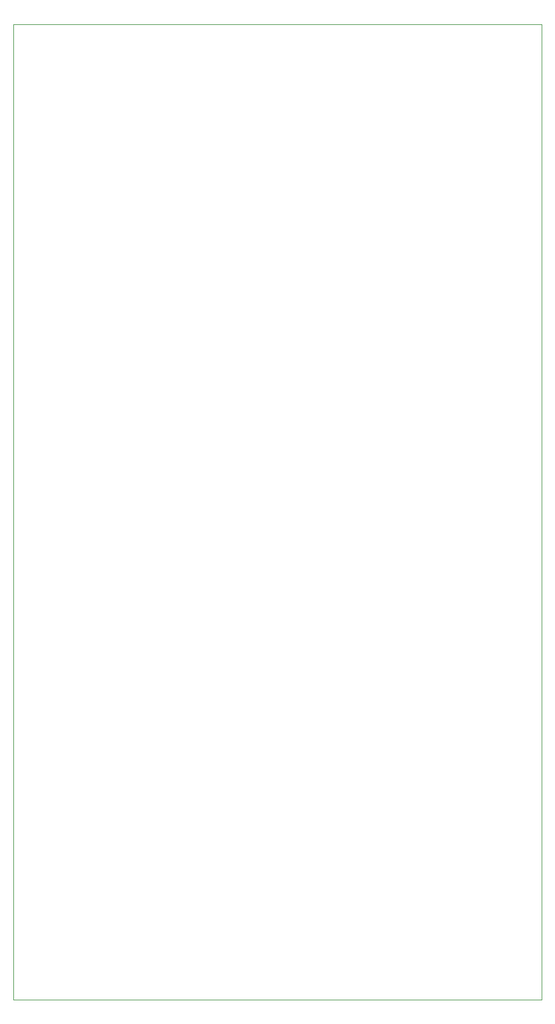
<source format=gbr>
%TF.GenerationSoftware,Altium Limited,Altium Designer,21.0.4 (50)*%
G04 Layer_Color=0*
%FSLAX25Y25*%
%MOIN*%
%TF.SameCoordinates,7C4F9ACF-F1D8-4562-922E-26F05696B097*%
%TF.FilePolarity,Positive*%
%TF.FileFunction,Profile,NP*%
%TF.Part,Single*%
G01*
G75*
%TA.AperFunction,Profile*%
%ADD94C,0.00100*%
D94*
X290000D01*
X290000Y535000D01*
X0D01*
Y0D01*
%TF.MD5,bd3b176449ece012c9180ea3998fc934*%
M02*

</source>
